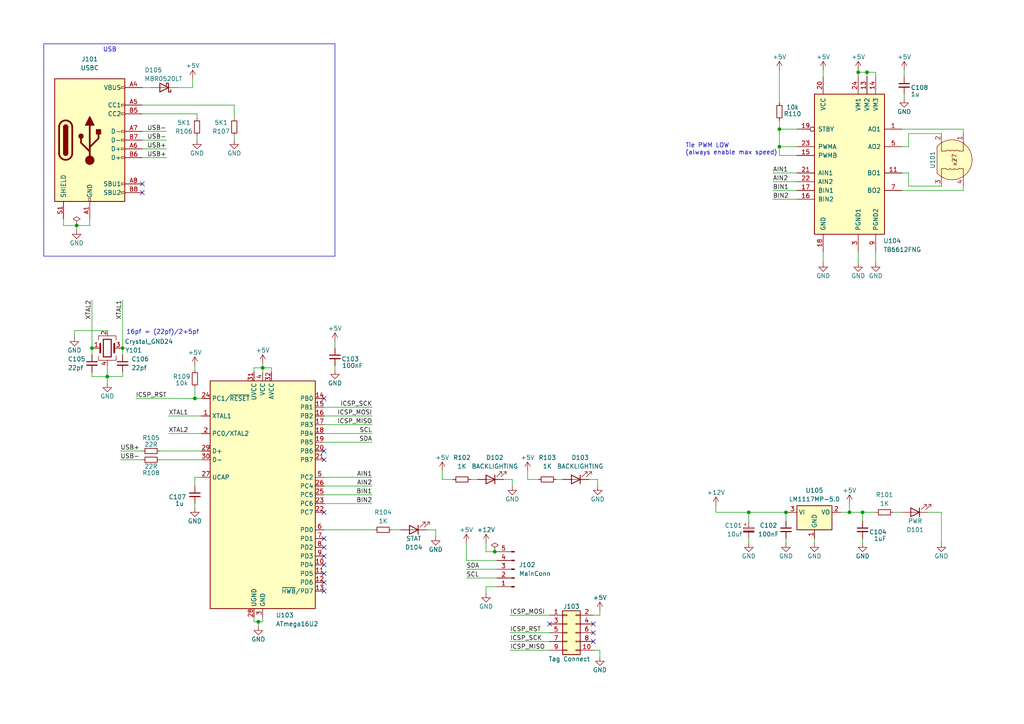
<source format=kicad_sch>
(kicad_sch (version 20230121) (generator eeschema)
  (paper "A4")
  (title_block (title "Super Gauge") (date "${ISSUE}") (rev "${FULL_REVISION}"))
  (lib_symbols
    (symbol "Connector:Conn_01x05_Pin" (pin_names (offset 1.016) hide)
      (property "Reference" "J" (at 0 7.62 0))
      (property "Value" "Conn_01x05_Pin" (at 0 -7.62 0))
      (symbol "Conn_01x05_Pin_1_1"
        (polyline (pts (xy 1.27 -5.08) (xy 0.8636 -5.08)) (stroke (width 0.1524)))
        (polyline (pts (xy 1.27 -2.54) (xy 0.8636 -2.54)) (stroke (width 0.1524)))
        (polyline (pts (xy 1.27 0) (xy 0.8636 0)) (stroke (width 0.1524)))
        (polyline (pts (xy 1.27 2.54) (xy 0.8636 2.54)) (stroke (width 0.1524)))
        (polyline (pts (xy 1.27 5.08) (xy 0.8636 5.08)) (stroke (width 0.1524)))
        (rectangle (start 0.8636 -4.953) (end 0 -5.207) (stroke (width 0.1524)) (fill (type outline)))
        (rectangle (start 0.8636 -2.413) (end 0 -2.667) (stroke (width 0.1524)) (fill (type outline)))
        (rectangle (start 0.8636 0.127) (end 0 -0.127) (stroke (width 0.1524)) (fill (type outline)))
        (rectangle (start 0.8636 2.667) (end 0 2.413) (stroke (width 0.1524)) (fill (type outline)))
        (rectangle (start 0.8636 5.207) (end 0 4.953) (stroke (width 0.1524)) (fill (type outline)))
        (pin passive line (at 5.08 5.08 180) (length 3.81) (name "Pin_1") (number "1"))
        (pin passive line (at 5.08 2.54 180) (length 3.81) (name "Pin_2") (number "2"))
        (pin passive line (at 5.08 0 180) (length 3.81) (name "Pin_3") (number "3"))
        (pin passive line (at 5.08 -2.54 180) (length 3.81) (name "Pin_4") (number "4"))
        (pin passive line (at 5.08 -5.08 180) (length 3.81) (name "Pin_5") (number "5"))
      )
    )
    (symbol "Connector:USB_C_Receptacle_USB2.0" (pin_names (offset 1.016))
      (property "Reference" "J" (at -10.16 19.05 0))
      (property "Value" "USB_C_Receptacle_USB2.0" (at 19.05 19.05 0))
      (symbol "USB_C_Receptacle_USB2.0_0_0"
        (rectangle (start -0.254 -17.78) (end 0.254 -16.764))
        (rectangle (start 10.16 -14.986) (end 9.144 -15.494))
        (rectangle (start 10.16 -12.446) (end 9.144 -12.954))
        (rectangle (start 10.16 -4.826) (end 9.144 -5.334))
        (rectangle (start 10.16 -2.286) (end 9.144 -2.794))
        (rectangle (start 10.16 0.254) (end 9.144 -0.254))
        (rectangle (start 10.16 2.794) (end 9.144 2.286))
        (rectangle (start 10.16 7.874) (end 9.144 7.366))
        (rectangle (start 10.16 10.414) (end 9.144 9.906))
        (rectangle (start 10.16 15.494) (end 9.144 14.986))
      )
      (symbol "USB_C_Receptacle_USB2.0_0_1"
        (rectangle (start -10.16 17.78) (end 10.16 -17.78) (stroke (width 0.254)) (fill (type background)))
        (arc (start -8.89 -3.81) (mid -6.985 -5.7067) (end -5.08 -3.81) (stroke (width 0.508)))
        (arc (start -7.62 -3.81) (mid -6.985 -4.4423) (end -6.35 -3.81) (stroke (width 0.254)))
        (arc (start -7.62 -3.81) (mid -6.985 -4.4423) (end -6.35 -3.81) (stroke (width 0.254)) (fill (type outline)))
        (rectangle (start -7.62 -3.81) (end -6.35 3.81) (stroke (width 0.254)) (fill (type outline)))
        (arc (start -6.35 3.81) (mid -6.985 4.4423) (end -7.62 3.81) (stroke (width 0.254)))
        (arc (start -6.35 3.81) (mid -6.985 4.4423) (end -7.62 3.81) (stroke (width 0.254)) (fill (type outline)))
        (arc (start -5.08 3.81) (mid -6.985 5.7067) (end -8.89 3.81) (stroke (width 0.508)))
        (circle (center -2.54 1.143) (radius 0.635) (stroke (width 0.254)) (fill (type outline)))
        (circle (center 0 -5.842) (radius 1.27) (fill (type outline)))
        (polyline (pts (xy -8.89 -3.81) (xy -8.89 3.81)) (stroke (width 0.508)))
        (polyline (pts (xy -5.08 3.81) (xy -5.08 -3.81)) (stroke (width 0.508)))
        (polyline (pts (xy 0 -5.842) (xy 0 4.318)) (stroke (width 0.508)))
        (polyline (pts (xy 0 -3.302) (xy -2.54 -0.762) (xy -2.54 0.508)) (stroke (width 0.508)))
        (polyline (pts (xy 0 -2.032) (xy 2.54 0.508) (xy 2.54 1.778)) (stroke (width 0.508)))
        (polyline (pts (xy -1.27 4.318) (xy 0 6.858) (xy 1.27 4.318) (xy -1.27 4.318)) (stroke (width 0.254)) (fill (type outline)))
        (rectangle (start 1.905 1.778) (end 3.175 3.048) (stroke (width 0.254)) (fill (type outline)))
      )
      (symbol "USB_C_Receptacle_USB2.0_1_1"
        (pin passive line (at 0 -22.86 90) (length 5.08) (name "GND") (number "A1"))
        (pin passive line (at 0 -22.86 90) (length 5.08) hide (name "GND") (number "A12"))
        (pin passive line (at 15.24 15.24 180) (length 5.08) (name "VBUS") (number "A4"))
        (pin bidirectional line (at 15.24 10.16 180) (length 5.08) (name "CC1") (number "A5"))
        (pin bidirectional line (at 15.24 -2.54 180) (length 5.08) (name "D+") (number "A6"))
        (pin bidirectional line (at 15.24 2.54 180) (length 5.08) (name "D-") (number "A7"))
        (pin bidirectional line (at 15.24 -12.7 180) (length 5.08) (name "SBU1") (number "A8"))
        (pin passive line (at 15.24 15.24 180) (length 5.08) hide (name "VBUS") (number "A9"))
        (pin passive line (at 0 -22.86 90) (length 5.08) hide (name "GND") (number "B1"))
        (pin passive line (at 0 -22.86 90) (length 5.08) hide (name "GND") (number "B12"))
        (pin passive line (at 15.24 15.24 180) (length 5.08) hide (name "VBUS") (number "B4"))
        (pin bidirectional line (at 15.24 7.62 180) (length 5.08) (name "CC2") (number "B5"))
        (pin bidirectional line (at 15.24 -5.08 180) (length 5.08) (name "D+") (number "B6"))
        (pin bidirectional line (at 15.24 0 180) (length 5.08) (name "D-") (number "B7"))
        (pin bidirectional line (at 15.24 -15.24 180) (length 5.08) (name "SBU2") (number "B8"))
        (pin passive line (at 15.24 15.24 180) (length 5.08) hide (name "VBUS") (number "B9"))
        (pin passive line (at -7.62 -22.86 90) (length 5.08) (name "SHIELD") (number "S1"))
      )
    )
    (symbol "Connector_Generic:Conn_02x05_Odd_Even" (pin_names (offset 1.016) hide)
      (property "Reference" "J" (at 1.27 7.62 0))
      (property "Value" "Conn_02x05_Odd_Even" (at 1.27 -7.62 0))
      (symbol "Conn_02x05_Odd_Even_1_1"
        (rectangle (start -1.27 -4.953) (end 0 -5.207) (stroke (width 0.1524)))
        (rectangle (start -1.27 -2.413) (end 0 -2.667) (stroke (width 0.1524)))
        (rectangle (start -1.27 0.127) (end 0 -0.127) (stroke (width 0.1524)))
        (rectangle (start -1.27 2.667) (end 0 2.413) (stroke (width 0.1524)))
        (rectangle (start -1.27 5.207) (end 0 4.953) (stroke (width 0.1524)))
        (rectangle (start -1.27 6.35) (end 3.81 -6.35) (stroke (width 0.254)) (fill (type background)))
        (rectangle (start 3.81 -4.953) (end 2.54 -5.207) (stroke (width 0.1524)))
        (rectangle (start 3.81 -2.413) (end 2.54 -2.667) (stroke (width 0.1524)))
        (rectangle (start 3.81 0.127) (end 2.54 -0.127) (stroke (width 0.1524)))
        (rectangle (start 3.81 2.667) (end 2.54 2.413) (stroke (width 0.1524)))
        (rectangle (start 3.81 5.207) (end 2.54 4.953) (stroke (width 0.1524)))
        (pin passive line (at -5.08 5.08 0) (length 3.81) (name "Pin_1") (number "1"))
        (pin passive line (at 7.62 -5.08 180) (length 3.81) (name "Pin_10") (number "10"))
        (pin passive line (at 7.62 5.08 180) (length 3.81) (name "Pin_2") (number "2"))
        (pin passive line (at -5.08 2.54 0) (length 3.81) (name "Pin_3") (number "3"))
        (pin passive line (at 7.62 2.54 180) (length 3.81) (name "Pin_4") (number "4"))
        (pin passive line (at -5.08 0 0) (length 3.81) (name "Pin_5") (number "5"))
        (pin passive line (at 7.62 0 180) (length 3.81) (name "Pin_6") (number "6"))
        (pin passive line (at -5.08 -2.54 0) (length 3.81) (name "Pin_7") (number "7"))
        (pin passive line (at 7.62 -2.54 180) (length 3.81) (name "Pin_8") (number "8"))
        (pin passive line (at -5.08 -5.08 0) (length 3.81) (name "Pin_9") (number "9"))
      )
    )
    (symbol "Device:C_Polarized_Small" (pin_numbers hide) (pin_names (offset 0.254) hide)
      (property "Reference" "C" (at 0.254 1.778 0))
      (property "Value" "C_Polarized_Small" (at 0.254 -2.032 0))
      (symbol "C_Polarized_Small_0_1"
        (rectangle (start -1.524 -0.3048) (end 1.524 -0.6858) (fill (type outline)))
        (rectangle (start -1.524 0.6858) (end 1.524 0.3048))
        (polyline (pts (xy -1.27 1.524) (xy -0.762 1.524)))
        (polyline (pts (xy -1.016 1.27) (xy -1.016 1.778)))
      )
      (symbol "C_Polarized_Small_1_1"
        (pin passive line (at 0 2.54 270) (length 1.8542) (name "~") (number "1"))
        (pin passive line (at 0 -2.54 90) (length 1.8542) (name "~") (number "2"))
      )
    )
    (symbol "Device:C_Small" (pin_numbers hide) (pin_names (offset 0.254) hide)
      (property "Reference" "C" (at 0.254 1.778 0))
      (property "Value" "C_Small" (at 0.254 -2.032 0))
      (symbol "C_Small_0_1"
        (polyline (pts (xy -1.524 -0.508) (xy 1.524 -0.508)) (stroke (width 0.3302)))
        (polyline (pts (xy -1.524 0.508) (xy 1.524 0.508)) (stroke (width 0.3048)))
      )
      (symbol "C_Small_1_1"
        (pin passive line (at 0 2.54 270) (length 2.032) (name "~") (number "1"))
        (pin passive line (at 0 -2.54 90) (length 2.032) (name "~") (number "2"))
      )
    )
    (symbol "Device:Crystal_GND24" (pin_names (offset 1.016) hide)
      (property "Reference" "Y" (at 3.175 5.08 0))
      (property "Value" "Crystal_GND24" (at 3.175 3.175 0))
      (symbol "Crystal_GND24_0_1"
        (rectangle (start -1.143 2.54) (end 1.143 -2.54) (stroke (width 0.3048)))
        (polyline (pts (xy -2.54 0) (xy -2.032 0)))
        (polyline (pts (xy -2.032 -1.27) (xy -2.032 1.27)) (stroke (width 0.508)))
        (polyline (pts (xy 0 -3.81) (xy 0 -3.556)))
        (polyline (pts (xy 0 3.556) (xy 0 3.81)))
        (polyline (pts (xy 2.032 -1.27) (xy 2.032 1.27)) (stroke (width 0.508)))
        (polyline (pts (xy 2.032 0) (xy 2.54 0)))
        (polyline (pts (xy -2.54 -2.286) (xy -2.54 -3.556) (xy 2.54 -3.556) (xy 2.54 -2.286)))
        (polyline (pts (xy -2.54 2.286) (xy -2.54 3.556) (xy 2.54 3.556) (xy 2.54 2.286)))
      )
      (symbol "Crystal_GND24_1_1"
        (pin passive line (at -3.81 0 0) (length 1.27) (name "1") (number "1"))
        (pin passive line (at 0 5.08 270) (length 1.27) (name "2") (number "2"))
        (pin passive line (at 3.81 0 180) (length 1.27) (name "3") (number "3"))
        (pin passive line (at 0 -5.08 90) (length 1.27) (name "4") (number "4"))
      )
    )
    (symbol "Device:LED" (pin_numbers hide) (pin_names (offset 1.016) hide)
      (property "Reference" "D" (at 0 2.54 0))
      (property "Value" "LED" (at 0 -2.54 0))
      (symbol "LED_0_1"
        (polyline (pts (xy -1.27 -1.27) (xy -1.27 1.27)) (stroke (width 0.254)))
        (polyline (pts (xy -1.27 0) (xy 1.27 0)))
        (polyline (pts (xy 1.27 -1.27) (xy 1.27 1.27) (xy -1.27 0) (xy 1.27 -1.27)) (stroke (width 0.254)))
        (polyline (pts (xy -3.048 -0.762) (xy -4.572 -2.286) (xy -3.81 -2.286) (xy -4.572 -2.286) (xy -4.572 -1.524)))
        (polyline (pts (xy -1.778 -0.762) (xy -3.302 -2.286) (xy -2.54 -2.286) (xy -3.302 -2.286) (xy -3.302 -1.524)))
      )
      (symbol "LED_1_1"
        (pin passive line (at -3.81 0 0) (length 2.54) (name "K") (number "1"))
        (pin passive line (at 3.81 0 180) (length 2.54) (name "A") (number "2"))
      )
    )
    (symbol "Device:R_Small" (pin_numbers hide) (pin_names (offset 0.254) hide)
      (property "Reference" "R" (at 0.762 0.508 0))
      (property "Value" "R_Small" (at 0.762 -1.016 0))
      (symbol "R_Small_0_1"
        (rectangle (start -0.762 1.778) (end 0.762 -1.778) (stroke (width 0.2032)))
      )
      (symbol "R_Small_1_1"
        (pin passive line (at 0 2.54 270) (length 0.762) (name "~") (number "1"))
        (pin passive line (at 0 -2.54 90) (length 0.762) (name "~") (number "2"))
      )
    )
    (symbol "Diode:MBR0520LT" (pin_numbers hide) (pin_names (offset 1.016) hide)
      (property "Reference" "D" (at 0 2.54 0))
      (property "Value" "MBR0520LT" (at 0 -2.54 0))
      (symbol "MBR0520LT_0_1"
        (polyline (pts (xy 1.27 0) (xy -1.27 0)))
        (polyline (pts (xy 1.27 1.27) (xy 1.27 -1.27) (xy -1.27 0) (xy 1.27 1.27)) (stroke (width 0.254)))
        (polyline (pts (xy -1.905 0.635) (xy -1.905 1.27) (xy -1.27 1.27) (xy -1.27 -1.27) (xy -0.635 -1.27) (xy -0.635 -0.635)) (stroke (width 0.254)))
      )
      (symbol "MBR0520LT_1_1"
        (pin passive line (at -3.81 0 0) (length 2.54) (name "K") (number "1"))
        (pin passive line (at 3.81 0 180) (length 2.54) (name "A") (number "2"))
      )
    )
    (symbol "Driver_Motor:TB6612FNG" (pin_names (offset 1.016))
      (property "Reference" "U" (at 11.43 17.78 0))
      (property "Value" "TB6612FNG" (at 11.43 15.24 0))
      (symbol "TB6612FNG_0_1"
        (rectangle (start -10.16 20.32) (end 10.16 -20.32) (stroke (width 0.254)) (fill (type background)))
      )
      (symbol "TB6612FNG_1_1"
        (pin output line (at 15.24 10.16 180) (length 5.08) (name "AO1") (number "1"))
        (pin passive line (at 7.62 -25.4 90) (length 5.08) hide (name "PGND2") (number "10"))
        (pin output line (at 15.24 -2.54 180) (length 5.08) (name "BO1") (number "11"))
        (pin passive line (at 15.24 -2.54 180) (length 5.08) hide (name "BO1") (number "12"))
        (pin power_in line (at 5.08 25.4 270) (length 5.08) (name "VM2") (number "13"))
        (pin power_in line (at 7.62 25.4 270) (length 5.08) (name "VM3") (number "14"))
        (pin input line (at -15.24 2.54 0) (length 5.08) (name "PWMB") (number "15"))
        (pin input line (at -15.24 -10.16 0) (length 5.08) (name "BIN2") (number "16"))
        (pin input line (at -15.24 -7.62 0) (length 5.08) (name "BIN1") (number "17"))
        (pin power_in line (at -7.62 -25.4 90) (length 5.08) (name "GND") (number "18"))
        (pin input inverted (at -15.24 10.16 0) (length 5.08) (name "STBY") (number "19"))
        (pin passive line (at 15.24 10.16 180) (length 5.08) hide (name "AO1") (number "2"))
        (pin power_in line (at -7.62 25.4 270) (length 5.08) (name "VCC") (number "20"))
        (pin input line (at -15.24 -2.54 0) (length 5.08) (name "AIN1") (number "21"))
        (pin input line (at -15.24 -5.08 0) (length 5.08) (name "AIN2") (number "22"))
        (pin input line (at -15.24 5.08 0) (length 5.08) (name "PWMA") (number "23"))
        (pin power_in line (at 2.54 25.4 270) (length 5.08) (name "VM1") (number "24"))
        (pin power_in line (at 2.54 -25.4 90) (length 5.08) (name "PGND1") (number "3"))
        (pin passive line (at 2.54 -25.4 90) (length 5.08) hide (name "PGND1") (number "4"))
        (pin output line (at 15.24 5.08 180) (length 5.08) (name "AO2") (number "5"))
        (pin passive line (at 15.24 5.08 180) (length 5.08) hide (name "AO2") (number "6"))
        (pin output line (at 15.24 -7.62 180) (length 5.08) (name "BO2") (number "7"))
        (pin passive line (at 15.24 -7.62 180) (length 5.08) hide (name "BO2") (number "8"))
        (pin power_in line (at 7.62 -25.4 90) (length 5.08) (name "PGND2") (number "9"))
      )
    )
    (symbol "GND_1" (power) (pin_names (offset 0))
      (property "Value" "GND_1" (at 0 -3.81 0))
      (symbol "GND_1_0_1"
        (polyline (pts (xy 0 0) (xy 0 -1.27) (xy 1.27 -1.27) (xy 0 -2.54) (xy -1.27 -1.27) (xy 0 -1.27)))
      )
      (symbol "GND_1_1_1"
        (pin power_in line (at 0 0 270) (length 0) hide (name "GND") (number "1"))
      )
    )
    (symbol "GND_2" (power) (pin_names (offset 0))
      (property "Value" "GND_2" (at 0 -3.81 0))
      (symbol "GND_2_0_1"
        (polyline (pts (xy 0 0) (xy 0 -1.27) (xy 1.27 -1.27) (xy 0 -2.54) (xy -1.27 -1.27) (xy 0 -1.27)))
      )
      (symbol "GND_2_1_1"
        (pin power_in line (at 0 0 270) (length 0) hide (name "GND") (number "1"))
      )
    )
    (symbol "GND_3" (power) (pin_names (offset 0))
      (property "Value" "GND_3" (at 0 -3.81 0))
      (symbol "GND_3_0_1"
        (polyline (pts (xy 0 0) (xy 0 -1.27) (xy 1.27 -1.27) (xy 0 -2.54) (xy -1.27 -1.27) (xy 0 -1.27)))
      )
      (symbol "GND_3_1_1"
        (pin power_in line (at 0 0 270) (length 0) hide (name "GND") (number "1"))
      )
    )
    (symbol "GND_4" (power) (pin_names (offset 0))
      (property "Value" "GND_4" (at 0 -3.81 0))
      (symbol "GND_4_0_1"
        (polyline (pts (xy 0 0) (xy 0 -1.27) (xy 1.27 -1.27) (xy 0 -2.54) (xy -1.27 -1.27) (xy 0 -1.27)))
      )
      (symbol "GND_4_1_1"
        (pin power_in line (at 0 0 270) (length 0) hide (name "GND") (number "1"))
      )
    )
    (symbol "GND_5" (power) (pin_names (offset 0))
      (property "Value" "GND_5" (at 0 -3.81 0))
      (symbol "GND_5_0_1"
        (polyline (pts (xy 0 0) (xy 0 -1.27) (xy 1.27 -1.27) (xy 0 -2.54) (xy -1.27 -1.27) (xy 0 -1.27)))
      )
      (symbol "GND_5_1_1"
        (pin power_in line (at 0 0 270) (length 0) hide (name "GND") (number "1"))
      )
    )
    (symbol "GND_6" (power) (pin_names (offset 0))
      (property "Value" "GND_6" (at 0 -3.81 0))
      (symbol "GND_6_0_1"
        (polyline (pts (xy 0 0) (xy 0 -1.27) (xy 1.27 -1.27) (xy 0 -2.54) (xy -1.27 -1.27) (xy 0 -1.27)))
      )
      (symbol "GND_6_1_1"
        (pin power_in line (at 0 0 270) (length 0) hide (name "GND") (number "1"))
      )
    )
    (symbol "KenwoodFox:x27_Motor"
      (property "Reference" "U" (at 0 -6.35 0))
      (symbol "x27_Motor_1_1"
        (arc (start -2.54 -1.27) (mid -2.803 -1.905) (end -2.54 -2.54))
        (arc (start -2.54 0) (mid -2.803 -0.635) (end -2.54 -1.27))
        (arc (start -2.54 1.27) (mid -2.803 0.635) (end -2.54 0))
        (polyline (pts (xy -3.81 -5.08) (xy 3.81 -5.08)) (fill (type background)))
        (polyline (pts (xy 11.43 3.81) (xy 11.43 3.81)))
        (polyline (pts (xy -2.54 -2.54) (xy -2.54 -3.81) (xy -5.08 -3.81)))
        (polyline (pts (xy 2.54 1.27) (xy 2.54 2.54) (xy 5.08 2.54)))
        (polyline (pts (xy -5.08 2.54) (xy -3.81 2.54) (xy -2.54 2.54) (xy -2.54 1.27)))
        (polyline (pts (xy -3.81 -5.08) (xy 0 0) (xy 3.81 -5.08) (xy -3.81 -5.08)) (stroke (width -0.0001)) (fill (type background)))
        (polyline (pts (xy 5.08 -3.81) (xy 3.81 -3.81) (xy 2.54 -3.81) (xy 2.54 -2.54)))
        (arc (start 0 5.08) (mid -5.4264 1.3217) (end -3.8128 -5.0788) (fill (type background)))
        (arc (start 2.54 -2.54) (mid 2.803 -1.905) (end 2.54 -1.27))
        (arc (start 2.54 -1.27) (mid 2.803 -0.635) (end 2.54 0))
        (arc (start 2.54 0) (mid 2.803 0.635) (end 2.54 1.27))
        (arc (start 3.81 -5.08) (mid 5.4219 1.3189) (end 0 5.08) (fill (type background)))
        (text "x27" (at 0 0 0) (effects (font (size 1.27 1.27))))
        (pin input line (at -7.62 2.54 0) (length 2.54) (name "") (number "1"))
        (pin input line (at -7.62 -3.81 0) (length 2.54) (name "") (number "2"))
        (pin input line (at 7.62 -3.81 180) (length 2.54) (name "") (number "3"))
        (pin input line (at 7.62 2.54 180) (length 2.54) (name "") (number "4"))
      )
    )
    (symbol "MCU_Microchip_ATmega:ATmega16U2-A"
      (property "Reference" "U" (at -15.24 34.29 0))
      (property "Value" "ATmega16U2-A" (at 2.54 -34.29 0))
      (symbol "ATmega16U2-A_0_1"
        (rectangle (start -15.24 -33.02) (end 15.24 33.02) (stroke (width 0.254)) (fill (type background)))
      )
      (symbol "ATmega16U2-A_1_1"
        (pin input line (at -17.78 22.86 0) (length 2.54) (name "XTAL1") (number "1"))
        (pin bidirectional line (at 17.78 -20.32 180) (length 2.54) (name "PD4") (number "10"))
        (pin bidirectional line (at 17.78 -22.86 180) (length 2.54) (name "PD5") (number "11"))
        (pin bidirectional line (at 17.78 -25.4 180) (length 2.54) (name "PD6") (number "12"))
        (pin bidirectional line (at 17.78 -27.94 180) (length 2.54) (name "~{HWB}/PD7") (number "13"))
        (pin bidirectional line (at 17.78 27.94 180) (length 2.54) (name "PB0") (number "14"))
        (pin bidirectional line (at 17.78 25.4 180) (length 2.54) (name "PB1") (number "15"))
        (pin bidirectional line (at 17.78 22.86 180) (length 2.54) (name "PB2") (number "16"))
        (pin bidirectional line (at 17.78 20.32 180) (length 2.54) (name "PB3") (number "17"))
        (pin bidirectional line (at 17.78 17.78 180) (length 2.54) (name "PB4") (number "18"))
        (pin bidirectional line (at 17.78 15.24 180) (length 2.54) (name "PB5") (number "19"))
        (pin bidirectional line (at -17.78 17.78 0) (length 2.54) (name "PC0/XTAL2") (number "2"))
        (pin bidirectional line (at 17.78 12.7 180) (length 2.54) (name "PB6") (number "20"))
        (pin bidirectional line (at 17.78 10.16 180) (length 2.54) (name "PB7") (number "21"))
        (pin bidirectional line (at 17.78 -5.08 180) (length 2.54) (name "PC7") (number "22"))
        (pin bidirectional line (at 17.78 -2.54 180) (length 2.54) (name "PC6") (number "23"))
        (pin bidirectional line (at -17.78 27.94 0) (length 2.54) (name "PC1/~{RESET}") (number "24"))
        (pin bidirectional line (at 17.78 0 180) (length 2.54) (name "PC5") (number "25"))
        (pin bidirectional line (at 17.78 2.54 180) (length 2.54) (name "PC4") (number "26"))
        (pin passive line (at -17.78 5.08 0) (length 2.54) (name "UCAP") (number "27"))
        (pin power_in line (at -2.54 -35.56 90) (length 2.54) (name "UGND") (number "28"))
        (pin bidirectional line (at -17.78 12.7 0) (length 2.54) (name "D+") (number "29"))
        (pin power_in line (at 0 -35.56 90) (length 2.54) (name "GND") (number "3"))
        (pin bidirectional line (at -17.78 10.16 0) (length 2.54) (name "D-") (number "30"))
        (pin power_in line (at -2.54 35.56 270) (length 2.54) (name "UVCC") (number "31"))
        (pin power_in line (at 2.54 35.56 270) (length 2.54) (name "AVCC") (number "32"))
        (pin power_in line (at 0 35.56 270) (length 2.54) (name "VCC") (number "4"))
        (pin bidirectional line (at 17.78 5.08 180) (length 2.54) (name "PC2") (number "5"))
        (pin bidirectional line (at 17.78 -10.16 180) (length 2.54) (name "PD0") (number "6"))
        (pin bidirectional line (at 17.78 -12.7 180) (length 2.54) (name "PD1") (number "7"))
        (pin bidirectional line (at 17.78 -15.24 180) (length 2.54) (name "PD2") (number "8"))
        (pin bidirectional line (at 17.78 -17.78 180) (length 2.54) (name "PD3") (number "9"))
      )
    )
    (symbol "Regulator_Linear:LM1117MP-5.0"
      (property "Reference" "U" (at -3.81 3.175 0))
      (property "Value" "LM1117MP-5.0" (at 0 3.175 0))
      (symbol "LM1117MP-5.0_0_1"
        (rectangle (start -5.08 -5.08) (end 5.08 1.905) (stroke (width 0.254)) (fill (type background)))
      )
      (symbol "LM1117MP-5.0_1_1"
        (pin power_in line (at 0 -7.62 90) (length 2.54) (name "GND") (number "1"))
        (pin power_out line (at 7.62 0 180) (length 2.54) (name "VO") (number "2"))
        (pin power_in line (at -7.62 0 0) (length 2.54) (name "VI") (number "3"))
      )
    )
    (symbol "power:+12V" (power) (pin_names (offset 0))
      (property "Value" "+12V" (at 0 3.556 0))
      (symbol "+12V_0_1"
        (polyline (pts (xy -0.762 1.27) (xy 0 2.54)))
        (polyline (pts (xy 0 0) (xy 0 2.54)))
        (polyline (pts (xy 0 2.54) (xy 0.762 1.27)))
      )
      (symbol "+12V_1_1"
        (pin power_in line (at 0 0 90) (length 0) hide (name "+12V") (number "1"))
      )
    )
    (symbol "power:+5V" (power) (pin_names (offset 0))
      (property "Value" "+5V" (at 0 3.556 0))
      (symbol "+5V_0_1"
        (polyline (pts (xy -0.762 1.27) (xy 0 2.54)))
        (polyline (pts (xy 0 0) (xy 0 2.54)))
        (polyline (pts (xy 0 2.54) (xy 0.762 1.27)))
      )
      (symbol "+5V_1_1"
        (pin power_in line (at 0 0 90) (length 0) hide (name "+5V") (number "1"))
      )
    )
    (symbol "power:GND" (power) (pin_names (offset 0))
      (property "Value" "GND" (at 0 -3.81 0))
      (symbol "GND_0_1"
        (polyline (pts (xy 0 0) (xy 0 -1.27) (xy 1.27 -1.27) (xy 0 -2.54) (xy -1.27 -1.27) (xy 0 -1.27)))
      )
      (symbol "GND_1_1"
        (pin power_in line (at 0 0 270) (length 0) hide (name "GND") (number "1"))
      )
    )
    (symbol "power:PWR_FLAG" (power) (pin_numbers hide) (pin_names (offset 0) hide)
      (property "Value" "PWR_FLAG" (at 0 3.81 0))
      (symbol "PWR_FLAG_0_0"
        (pin power_out line (at 0 0 90) (length 0) (name "pwr") (number "1"))
      )
      (symbol "PWR_FLAG_0_1"
        (polyline (pts (xy 0 0) (xy 0 1.27) (xy -1.016 1.905) (xy 0 2.54) (xy 1.016 1.905) (xy 0 1.27)))
      )
    )
  )
  (junction (at 251.46 20.955))
  (junction (at 74.93 180.34))
  (junction (at 56.515 115.57))
  (junction (at 143.51 160.02))
  (junction (at 22.225 65.405))
  (junction (at 31.115 109.22))
  (junction (at 26.67 100.965))
  (junction (at 76.2 106.68))
  (junction (at 248.92 20.955))
  (junction (at 227.965 148.59))
  (junction (at 226.06 42.545))
  (junction (at 217.17 148.59))
  (junction (at 35.56 100.965))
  (junction (at 226.06 37.465))
  (junction (at 250.19 148.59))
  (junction (at 246.38 148.59))
  (no_connect (at 93.98 130.81))
  (no_connect (at 93.98 156.21))
  (no_connect (at 93.98 115.57))
  (no_connect (at 93.98 168.91))
  (no_connect (at 159.385 180.975))
  (no_connect (at 172.085 183.515))
  (no_connect (at 93.98 171.45))
  (no_connect (at 93.98 133.35))
  (no_connect (at 93.98 166.37))
  (no_connect (at 41.275 55.88))
  (no_connect (at 41.275 53.34))
  (no_connect (at 172.085 186.055))
  (no_connect (at 93.98 163.83))
  (no_connect (at 172.085 180.975))
  (no_connect (at 93.98 161.29))
  (no_connect (at 93.98 148.59))
  (no_connect (at 93.98 158.75))
  (wire (pts (xy 251.46 20.955) (xy 254 20.955)))
  (wire (pts (xy 238.76 20.32) (xy 238.76 22.225)))
  (wire (pts (xy 41.275 43.18) (xy 48.26 43.18)))
  (wire (pts (xy 57.15 33.02) (xy 57.15 34.29)))
  (wire (pts (xy 93.98 128.27) (xy 107.95 128.27)))
  (wire (pts (xy 67.945 40.64) (xy 67.945 39.37)))
  (wire (pts (xy 263.525 53.975) (xy 273.05 53.975)))
  (wire (pts (xy 22.225 65.405) (xy 26.035 65.405)))
  (wire (pts (xy 35.56 100.965) (xy 35.56 102.87)))
  (polyline (pts (xy 97.155 74.295) (xy 12.7 74.295)))
  (wire (pts (xy 51.435 25.4) (xy 55.88 25.4)))
  (wire (pts (xy 153.035 139.065) (xy 156.21 139.065)))
  (wire (pts (xy 207.645 146.685) (xy 207.645 148.59)))
  (wire (pts (xy 170.815 139.065) (xy 173.355 139.065)))
  (wire (pts (xy 250.19 148.59) (xy 250.19 151.13)))
  (wire (pts (xy 226.06 34.925) (xy 226.06 37.465)))
  (wire (pts (xy 18.415 63.5) (xy 18.415 65.405)))
  (wire (pts (xy 31.115 109.22) (xy 35.56 109.22)))
  (wire (pts (xy 254 20.955) (xy 254 22.225)))
  (wire (pts (xy 18.415 65.405) (xy 22.225 65.405)))
  (wire (pts (xy 143.51 160.02) (xy 144.145 160.02)))
  (wire (pts (xy 73.66 107.95) (xy 73.66 106.68)))
  (wire (pts (xy 248.92 20.955) (xy 248.92 22.225)))
  (wire (pts (xy 226.06 45.085) (xy 226.06 42.545)))
  (wire (pts (xy 31.115 106.045) (xy 31.115 109.22)))
  (wire (pts (xy 46.355 133.35) (xy 58.42 133.35)))
  (wire (pts (xy 56.515 106.045) (xy 56.515 107.315)))
  (wire (pts (xy 135.255 157.48) (xy 135.255 162.56)))
  (wire (pts (xy 248.92 20.955) (xy 251.46 20.955)))
  (polyline (pts (xy 97.155 12.7) (xy 97.155 74.295)))
  (wire (pts (xy 173.99 178.435) (xy 173.99 177.165)))
  (wire (pts (xy 140.97 170.18) (xy 144.145 170.18)))
  (wire (pts (xy 93.98 143.51) (xy 107.95 143.51)))
  (wire (pts (xy 126.365 153.67) (xy 126.365 155.575)))
  (wire (pts (xy 147.955 183.515) (xy 159.385 183.515)))
  (wire (pts (xy 74.93 181.61) (xy 74.93 180.34)))
  (wire (pts (xy 135.255 167.64) (xy 144.145 167.64)))
  (wire (pts (xy 153.035 136.525) (xy 153.035 139.065)))
  (wire (pts (xy 226.06 42.545) (xy 231.14 42.545)))
  (wire (pts (xy 262.255 27.305) (xy 262.255 28.575)))
  (wire (pts (xy 76.2 180.34) (xy 76.2 179.07)))
  (wire (pts (xy 46.355 130.81) (xy 58.42 130.81)))
  (wire (pts (xy 31.115 109.22) (xy 31.115 111.125)))
  (wire (pts (xy 93.98 153.67) (xy 108.585 153.67)))
  (wire (pts (xy 26.67 107.95) (xy 26.67 109.22)))
  (polyline (pts (xy 12.7 74.295) (xy 12.7 12.7)))
  (wire (pts (xy 26.67 86.995) (xy 26.67 100.965)))
  (wire (pts (xy 224.155 57.785) (xy 231.14 57.785)))
  (wire (pts (xy 172.085 188.595) (xy 173.99 188.595)))
  (wire (pts (xy 217.17 148.59) (xy 227.965 148.59)))
  (wire (pts (xy 107.95 120.65) (xy 93.98 120.65)))
  (wire (pts (xy 41.275 33.02) (xy 57.15 33.02)))
  (wire (pts (xy 34.925 130.81) (xy 41.275 130.81)))
  (wire (pts (xy 56.515 112.395) (xy 56.515 115.57)))
  (wire (pts (xy 250.19 157.48) (xy 250.19 156.21)))
  (wire (pts (xy 35.56 86.995) (xy 35.56 100.965)))
  (wire (pts (xy 246.38 148.59) (xy 250.19 148.59)))
  (wire (pts (xy 279.4 37.465) (xy 279.4 38.735)))
  (wire (pts (xy 35.56 109.22) (xy 35.56 107.95)))
  (wire (pts (xy 21.59 97.79) (xy 21.59 95.885)))
  (wire (pts (xy 56.515 115.57) (xy 58.42 115.57)))
  (wire (pts (xy 73.66 179.07) (xy 73.66 180.34)))
  (wire (pts (xy 76.2 105.41) (xy 76.2 106.68)))
  (wire (pts (xy 74.93 180.34) (xy 76.2 180.34)))
  (wire (pts (xy 227.965 148.59) (xy 227.965 151.13)))
  (wire (pts (xy 107.95 118.11) (xy 93.98 118.11)))
  (wire (pts (xy 56.515 138.43) (xy 58.42 138.43)))
  (wire (pts (xy 135.255 165.1) (xy 144.145 165.1)))
  (wire (pts (xy 97.155 106.045) (xy 97.155 107.315)))
  (wire (pts (xy 246.38 148.59) (xy 243.84 148.59)))
  (wire (pts (xy 261.62 37.465) (xy 279.4 37.465)))
  (wire (pts (xy 236.22 156.21) (xy 236.22 157.48)))
  (wire (pts (xy 128.27 139.065) (xy 131.445 139.065)))
  (wire (pts (xy 113.665 153.67) (xy 116.205 153.67)))
  (wire (pts (xy 263.525 42.545) (xy 263.525 38.735)))
  (wire (pts (xy 248.92 20.32) (xy 248.92 20.955)))
  (polyline (pts (xy 12.7 12.7) (xy 97.155 12.7)))
  (wire (pts (xy 224.155 50.165) (xy 231.14 50.165)))
  (wire (pts (xy 34.925 100.965) (xy 35.56 100.965)))
  (wire (pts (xy 140.97 157.48) (xy 140.97 160.02)))
  (wire (pts (xy 140.97 172.085) (xy 140.97 170.18)))
  (wire (pts (xy 263.525 38.735) (xy 273.05 38.735)))
  (wire (pts (xy 128.27 136.525) (xy 128.27 139.065)))
  (wire (pts (xy 140.97 160.02) (xy 143.51 160.02)))
  (wire (pts (xy 76.2 106.68) (xy 76.2 107.95)))
  (wire (pts (xy 55.88 25.4) (xy 55.88 22.86)))
  (wire (pts (xy 56.515 146.05) (xy 56.515 147.32)))
  (wire (pts (xy 224.155 55.245) (xy 231.14 55.245)))
  (wire (pts (xy 73.66 106.68) (xy 76.2 106.68)))
  (wire (pts (xy 259.08 148.59) (xy 261.62 148.59)))
  (wire (pts (xy 226.06 37.465) (xy 231.14 37.465)))
  (wire (pts (xy 207.645 148.59) (xy 217.17 148.59)))
  (wire (pts (xy 173.99 188.595) (xy 173.99 190.5)))
  (wire (pts (xy 93.98 140.97) (xy 107.95 140.97)))
  (wire (pts (xy 217.17 157.48) (xy 217.17 156.21)))
  (wire (pts (xy 217.17 148.59) (xy 217.17 151.13)))
  (wire (pts (xy 74.93 180.34) (xy 73.66 180.34)))
  (wire (pts (xy 41.275 40.64) (xy 48.26 40.64)))
  (wire (pts (xy 57.15 40.64) (xy 57.15 39.37)))
  (wire (pts (xy 161.29 139.065) (xy 163.195 139.065)))
  (wire (pts (xy 250.19 148.59) (xy 254 148.59)))
  (wire (pts (xy 273.05 148.59) (xy 273.05 157.48)))
  (wire (pts (xy 34.925 133.35) (xy 41.275 133.35)))
  (wire (pts (xy 146.05 139.065) (xy 148.59 139.065)))
  (wire (pts (xy 173.355 139.065) (xy 173.355 140.97)))
  (wire (pts (xy 31.115 109.22) (xy 26.67 109.22)))
  (wire (pts (xy 97.155 99.06) (xy 97.155 100.965)))
  (wire (pts (xy 147.955 188.595) (xy 159.385 188.595)))
  (wire (pts (xy 26.035 65.405) (xy 26.035 63.5)))
  (wire (pts (xy 135.255 162.56) (xy 144.145 162.56)))
  (wire (pts (xy 172.085 178.435) (xy 173.99 178.435)))
  (wire (pts (xy 78.74 106.68) (xy 76.2 106.68)))
  (wire (pts (xy 226.06 37.465) (xy 226.06 42.545)))
  (wire (pts (xy 41.275 38.1) (xy 48.26 38.1)))
  (wire (pts (xy 22.225 65.405) (xy 22.225 66.675)))
  (wire (pts (xy 67.945 30.48) (xy 67.945 34.29)))
  (wire (pts (xy 261.62 55.245) (xy 279.4 55.245)))
  (wire (pts (xy 224.155 52.705) (xy 231.14 52.705)))
  (wire (pts (xy 136.525 139.065) (xy 138.43 139.065)))
  (wire (pts (xy 254 73.025) (xy 254 76.2)))
  (wire (pts (xy 41.275 45.72) (xy 48.26 45.72)))
  (wire (pts (xy 41.275 25.4) (xy 43.815 25.4)))
  (wire (pts (xy 39.37 115.57) (xy 56.515 115.57)))
  (wire (pts (xy 148.59 139.065) (xy 148.59 140.97)))
  (wire (pts (xy 78.74 107.95) (xy 78.74 106.68)))
  (wire (pts (xy 248.92 73.025) (xy 248.92 76.2)))
  (wire (pts (xy 48.895 120.65) (xy 58.42 120.65)))
  (wire (pts (xy 251.46 20.955) (xy 251.46 22.225)))
  (wire (pts (xy 262.255 20.32) (xy 262.255 22.225)))
  (wire (pts (xy 26.67 100.965) (xy 27.305 100.965)))
  (wire (pts (xy 261.62 42.545) (xy 263.525 42.545)))
  (wire (pts (xy 21.59 95.885) (xy 31.115 95.885)))
  (wire (pts (xy 263.525 50.165) (xy 263.525 53.975)))
  (wire (pts (xy 269.24 148.59) (xy 273.05 148.59)))
  (wire (pts (xy 231.14 45.085) (xy 226.06 45.085)))
  (wire (pts (xy 123.825 153.67) (xy 126.365 153.67)))
  (wire (pts (xy 246.38 146.05) (xy 246.38 148.59)))
  (wire (pts (xy 107.95 123.19) (xy 93.98 123.19)))
  (wire (pts (xy 147.955 178.435) (xy 159.385 178.435)))
  (wire (pts (xy 279.4 55.245) (xy 279.4 53.975)))
  (wire (pts (xy 41.275 30.48) (xy 67.945 30.48)))
  (wire (pts (xy 147.955 186.055) (xy 159.385 186.055)))
  (wire (pts (xy 93.98 125.73) (xy 107.95 125.73)))
  (wire (pts (xy 93.98 138.43) (xy 107.95 138.43)))
  (wire (pts (xy 261.62 50.165) (xy 263.525 50.165)))
  (wire (pts (xy 238.76 73.025) (xy 238.76 76.2)))
  (wire (pts (xy 93.98 146.05) (xy 107.95 146.05)))
  (wire (pts (xy 56.515 138.43) (xy 56.515 140.97)))
  (wire (pts (xy 227.965 156.21) (xy 227.965 157.48)))
  (wire (pts (xy 227.965 148.59) (xy 228.6 148.59)))
  (wire (pts (xy 26.67 100.965) (xy 26.67 102.87)))
  (wire (pts (xy 48.895 125.73) (xy 58.42 125.73)))
  (wire (pts (xy 226.06 20.32) (xy 226.06 29.845)))
  (text "Tie PWM LOW\n(always enable max speed)" (at 198.755 45.085 0) (effects (font (size 1.27 1.27)) (justify left bottom)))
  (text "USB" (at 29.845 15.24 0) (effects (font (size 1.27 1.27)) (justify left bottom)))
  (text "16pf = (22pf)/2+5pf" (at 57.785 97.155 0) (effects (font (size 1.27 1.27)) (justify right bottom)))
  (label "XTAL1" (at 35.56 86.995 270))
  (label "AIN1" (at 107.95 138.43 180))
  (label "ICSP_MOSI" (at 147.955 178.435 0))
  (label "AIN2" (at 224.155 52.705 0))
  (label "USB-" (at 34.925 133.35 0))
  (label "USB-" (at 48.26 40.64 180))
  (label "AIN1" (at 224.155 50.165 0))
  (label "ICSP_RST" (at 39.37 115.57 0))
  (label "SCL" (at 107.95 125.73 180))
  (label "SCL" (at 135.255 167.64 0))
  (label "ICSP_SCK" (at 107.95 118.11 180))
  (label "BIN2" (at 224.155 57.785 0))
  (label "BIN1" (at 224.155 55.245 0))
  (label "BIN2" (at 107.95 146.05 180))
  (label "USB-" (at 48.26 38.1 180))
  (label "ICSP_SCK" (at 147.955 186.055 0))
  (label "ICSP_MISO" (at 147.955 188.595 0))
  (label "XTAL1" (at 48.895 120.65 0))
  (label "XTAL2" (at 26.67 86.995 270))
  (label "AIN2" (at 107.95 140.97 180))
  (label "SDA" (at 107.95 128.27 180))
  (label "ICSP_MOSI" (at 107.95 120.65 180))
  (label "USB+" (at 48.26 45.72 180))
  (label "ICSP_RST" (at 147.955 183.515 0))
  (label "BIN1" (at 107.95 143.51 180))
  (label "USB+" (at 34.925 130.81 0))
  (label "USB+" (at 48.26 43.18 180))
  (label "ICSP_MISO" (at 107.95 123.19 180))
  (label "XTAL2" (at 48.895 125.73 0))
  (label "SDA" (at 135.255 165.1 0))
  (symbol (lib_id "Device:C_Small") (at 56.515 143.51 0) (unit 1)
    (property "Reference" "C107" (at 51.435 144.145 0))
    (property "Value" "1u" (at 52.07 146.05 0))
    (property "Footprint" "Capacitor_SMD:C_0805_2012Metric" (effects hide))
  )
  (symbol (lib_id "power:GND") (at 173.355 140.97 0) (unit 1)
    (property "Reference" "#PWR0122" (effects hide))
    (property "Value" "GND" (at 173.355 144.78 0))
  )
  (symbol (lib_id "Device:R_Small") (at 43.815 133.35 90) (unit 1)
    (property "Reference" "R108" (at 43.815 137.16 90))
    (property "Value" "22R" (at 43.815 135.255 90))
    (property "Footprint" "Resistor_SMD:R_0805_2012Metric" (effects hide))
  )
  (symbol (lib_id "power:GND") (at 254 76.2 0) (unit 1)
    (property "Reference" "#PWR0134" (effects hide))
    (property "Value" "GND" (at 254 80.01 0))
  )
  (symbol (lib_name "GND_6") (lib_id "power:GND") (at 250.19 157.48 0) (unit 1)
    (property "Reference" "#PWR0109" (effects hide))
    (property "Value" "GND" (at 250.19 161.29 0))
  )
  (symbol (lib_id "power:GND") (at 238.76 76.2 0) (unit 1)
    (property "Reference" "#PWR0135" (effects hide))
    (property "Value" "GND" (at 238.76 80.01 0))
  )
  (symbol (lib_id "power:PWR_FLAG") (at 143.51 160.02 0) (unit 1)
    (property "Reference" "#FLG0101" (effects hide))
    (property "Value" "PWR_FLAG" (effects hide))
  )
  (symbol (lib_id "Device:C_Small") (at 227.965 153.67 0) (unit 1)
    (property "Reference" "C102" (at 222.885 152.4 0))
    (property "Value" "100nF" (at 222.885 154.94 0))
    (property "Footprint" "Capacitor_SMD:C_0805_2012Metric" (effects hide))
  )
  (symbol (lib_id "Device:C_Polarized_Small") (at 217.17 153.67 0) (unit 1)
    (property "Reference" "C101" (at 210.185 152.4 0) (effects (justify left)))
    (property "Value" "10uf" (at 210.82 154.94 0) (effects (justify left)))
    (property "Footprint" "Capacitor_SMD:CP_Elec_4x3" (effects hide))
  )
  (symbol (lib_name "GND_5") (lib_id "power:GND") (at 262.255 28.575 0) (unit 1)
    (property "Reference" "#PWR0137" (effects hide))
    (property "Value" "GND" (at 262.255 32.385 0))
  )
  (symbol (lib_name "GND_5") (lib_id "power:GND") (at 97.155 107.315 0) (unit 1)
    (property "Reference" "#PWR0108" (effects hide))
    (property "Value" "GND" (at 97.155 111.125 0))
  )
  (symbol (lib_id "Device:R_Small") (at 56.515 109.855 180) (unit 1)
    (property "Reference" "R109" (at 52.705 109.22 0))
    (property "Value" "10k" (at 52.705 111.125 0))
    (property "Footprint" "Resistor_SMD:R_0805_2012Metric" (effects hide))
  )
  (symbol (lib_id "Device:R_Small") (at 43.815 130.81 90) (unit 1)
    (property "Reference" "R105" (at 43.815 127 90))
    (property "Value" "22R" (at 43.815 128.905 90))
    (property "Footprint" "Resistor_SMD:R_0805_2012Metric" (effects hide))
  )
  (symbol (lib_id "KenwoodFox:x27_Motor") (at 276.86 46.355 270) (unit 1)
    (property "Reference" "U101" (at 270.51 46.355 0))
    (property "Value" "~" (at 276.86 46.355 0))
    (property "Footprint" "KenwoodFox:X27-168" (effects hide))
    (property "Datasheet" "http://agr.ucoz.lv/files/SP_X27_e_C.pdf" (effects hide))
  )
  (symbol (lib_name "GND_5") (lib_id "power:GND") (at 56.515 147.32 0) (unit 1)
    (property "Reference" "#PWR0129" (effects hide))
    (property "Value" "GND" (at 56.515 151.13 0))
  )
  (symbol (lib_id "Device:LED") (at 120.015 153.67 180) (unit 1)
    (property "Reference" "D104" (at 120.015 158.75 0))
    (property "Value" "STAT" (at 120.015 156.21 0))
    (property "Footprint" "LED_SMD:LED_0805_2012Metric" (effects hide))
  )
  (symbol (lib_id "power:+5V") (at 76.2 105.41 0) (unit 1)
    (property "Reference" "#PWR0102" (effects hide))
    (property "Value" "+5V" (at 76.2 101.6 0))
  )
  (symbol (lib_id "MCU_Microchip_ATmega:ATmega16U2-A") (at 76.2 143.51 0) (unit 1)
    (property "Reference" "U103" (at 80.01 178.435 0) (effects (justify left)))
    (property "Value" "ATmega16U2" (at 80.01 180.975 0) (effects (justify left)))
    (property "Footprint" "Package_QFP:TQFP-32_7x7mm_P0.8mm" (effects hide))
    (property "Datasheet" "http://ww1.microchip.com/downloads/en/DeviceDoc/doc7799.pdf" (effects hide))
    (property "LCSC#" "C59019" (effects hide))
  )
  (symbol (lib_id "power:GND") (at 31.115 111.125 0) (unit 1)
    (property "Reference" "#PWR0124" (effects hide))
    (property "Value" "GND" (at 31.115 114.935 0))
  )
  (symbol (lib_id "Device:R_Small") (at 67.945 36.83 180) (unit 1)
    (property "Reference" "R107" (at 64.135 38.1 0))
    (property "Value" "5K1" (at 64.135 35.56 0))
    (property "Footprint" "Resistor_SMD:R_0805_2012Metric" (effects hide))
    (property "LCSC#" "C269748" (effects hide))
  )
  (symbol (lib_id "power:GND") (at 22.225 66.675 0) (unit 1)
    (property "Reference" "#PWR0125" (effects hide))
    (property "Value" "GND" (at 22.225 70.485 0))
  )
  (symbol (lib_id "Device:R_Small") (at 57.15 36.83 180) (unit 1)
    (property "Reference" "R106" (at 53.34 38.1 0))
    (property "Value" "5K1" (at 53.34 35.56 0))
    (property "Footprint" "Resistor_SMD:R_0805_2012Metric" (effects hide))
    (property "LCSC#" "C269748" (effects hide))
  )
  (symbol (lib_id "power:+12V") (at 207.645 146.685 0) (unit 1)
    (property "Reference" "#PWR0117" (effects hide))
    (property "Value" "+12V" (at 207.645 142.875 0))
  )
  (symbol (lib_id "power:+5V") (at 173.99 177.165 0) (unit 1)
    (property "Reference" "#PWR0131" (effects hide))
    (property "Value" "+5V" (at 173.99 173.355 0))
  )
  (symbol (lib_name "GND_1") (lib_id "power:GND") (at 236.22 157.48 0) (unit 1)
    (property "Reference" "#PWR0106" (effects hide))
    (property "Value" "GND" (at 236.22 161.29 0))
  )
  (symbol (lib_id "Diode:MBR0520LT") (at 47.625 25.4 180) (unit 1)
    (property "Reference" "D105" (at 41.91 20.32 0) (effects (justify right)))
    (property "Value" "MBR0520LT" (at 41.91 22.86 0) (effects (justify right)))
    (property "Footprint" "Diode_SMD:D_SOD-123" (effects hide))
    (property "Datasheet" "http://www.onsemi.com/pub_link/Collateral/MBR0520LT1-D.PDF" (effects hide))
    (property "LCSC#" "C165467" (effects hide))
  )
  (symbol (lib_id "power:+5V") (at 153.035 136.525 0) (unit 1)
    (property "Reference" "#PWR0121" (effects hide))
    (property "Value" "+5V" (at 153.035 132.715 0))
  )
  (symbol (lib_id "Device:C_Small") (at 97.155 103.505 0) (unit 1)
    (property "Reference" "C103" (at 101.6 104.14 0))
    (property "Value" "100nF" (at 102.235 106.045 0))
    (property "Footprint" "Capacitor_SMD:C_0805_2012Metric" (effects hide))
  )
  (symbol (lib_id "power:GND") (at 248.92 76.2 0) (unit 1)
    (property "Reference" "#PWR0113" (effects hide))
    (property "Value" "GND" (at 248.92 80.01 0))
  )
  (symbol (lib_id "Regulator_Linear:LM1117MP-5.0") (at 236.22 148.59 0) (unit 1)
    (property "Reference" "U105" (at 236.22 142.24 0))
    (property "Value" "LM1117MP-5.0" (at 236.22 144.78 0))
    (property "Footprint" "Package_TO_SOT_SMD:SOT-223-3_TabPin2" (effects hide))
    (property "Datasheet" "http://www.ti.com/lit/ds/symlink/lm1117.pdf" (effects hide))
  )
  (symbol (lib_id "power:+5V") (at 128.27 136.525 0) (unit 1)
    (property "Reference" "#PWR0119" (effects hide))
    (property "Value" "+5V" (at 128.27 132.715 0))
  )
  (symbol (lib_name "GND_3") (lib_id "power:GND") (at 227.965 157.48 0) (unit 1)
    (property "Reference" "#PWR0105" (effects hide))
    (property "Value" "GND" (at 227.965 161.29 0))
  )
  (symbol (lib_id "power:PWR_FLAG") (at 22.225 65.405 0) (unit 1)
    (property "Reference" "#FLG0102" (effects hide))
    (property "Value" "PWR_FLAG" (effects hide))
  )
  (symbol (lib_id "Device:LED") (at 142.24 139.065 180) (unit 1)
    (property "Reference" "D102" (at 143.51 132.715 0))
    (property "Value" "BACKLIGHTING" (at 143.51 135.255 0))
    (property "Footprint" "LED_THT:LED_D5.0mm_Clear" (effects hide))
  )
  (symbol (lib_id "power:GND") (at 148.59 140.97 0) (unit 1)
    (property "Reference" "#PWR0120" (effects hide))
    (property "Value" "GND" (at 148.59 144.78 0))
  )
  (symbol (lib_name "GND_2") (lib_id "power:GND") (at 140.97 172.085 0) (unit 1)
    (property "Reference" "#PWR0115" (effects hide))
    (property "Value" "GND" (at 140.97 175.895 0))
  )
  (symbol (lib_id "Device:C_Small") (at 250.19 153.67 0) (unit 1)
    (property "Reference" "C104" (at 254.635 154.305 0))
    (property "Value" "1uF" (at 255.27 156.21 0))
    (property "Footprint" "Capacitor_SMD:C_0805_2012Metric" (effects hide))
  )
  (symbol (lib_id "Device:R_Small") (at 226.06 32.385 0) (unit 1)
    (property "Reference" "R110" (at 229.87 33.02 0))
    (property "Value" "10k" (at 229.87 31.115 0))
    (property "Footprint" "Resistor_SMD:R_0805_2012Metric" (effects hide))
  )
  (symbol (lib_id "power:GND") (at 67.945 40.64 0) (unit 1)
    (property "Reference" "#PWR0128" (effects hide))
    (property "Value" "GND" (at 67.945 44.45 0))
  )
  (symbol (lib_id "power:GND") (at 21.59 97.79 0) (unit 1)
    (property "Reference" "#PWR0130" (effects hide))
    (property "Value" "GND" (at 21.59 101.6 0))
  )
  (symbol (lib_name "GND_4") (lib_id "power:GND") (at 217.17 157.48 0) (unit 1)
    (property "Reference" "#PWR0104" (effects hide))
    (property "Value" "GND" (at 217.17 161.29 0))
  )
  (symbol (lib_id "Device:C_Small") (at 262.255 24.765 0) (unit 1)
    (property "Reference" "C108" (at 266.7 25.4 0))
    (property "Value" "1u" (at 265.43 27.305 0))
    (property "Footprint" "Capacitor_SMD:C_0805_2012Metric" (effects hide))
  )
  (symbol (lib_id "Device:R_Small") (at 133.985 139.065 90) (unit 1)
    (property "Reference" "R102" (at 133.985 132.715 90))
    (property "Value" "1K" (at 133.985 135.255 90))
    (property "Footprint" "Resistor_SMD:R_0805_2012Metric" (effects hide))
  )
  (symbol (lib_id "Connector:Conn_01x05_Pin") (at 149.225 165.1 180) (unit 1)
    (property "Reference" "J102" (at 150.495 163.83 0) (effects (justify right)))
    (property "Value" "MainConn" (at 150.495 166.37 0) (effects (justify right)))
    (property "Footprint" "Connector_JST:JST_EH_B5B-EH-A_1x05_P2.50mm_Vertical" (effects hide))
  )
  (symbol (lib_id "Device:LED") (at 265.43 148.59 180) (unit 1)
    (property "Reference" "D101" (at 265.43 153.67 0))
    (property "Value" "PWR" (at 265.43 151.13 0))
    (property "Footprint" "LED_SMD:LED_0805_2012Metric" (effects hide))
  )
  (symbol (lib_id "power:+5V") (at 56.515 106.045 0) (unit 1)
    (property "Reference" "#PWR0133" (effects hide))
    (property "Value" "+5V" (at 56.515 102.235 0))
  )
  (symbol (lib_id "power:+5V") (at 55.88 22.86 0) (unit 1)
    (property "Reference" "#PWR0126" (effects hide))
    (property "Value" "+5V" (at 55.88 19.05 0))
  )
  (symbol (lib_id "power:+5V") (at 226.06 20.32 0) (unit 1)
    (property "Reference" "#PWR0112" (effects hide))
    (property "Value" "+5V" (at 226.06 16.51 0))
  )
  (symbol (lib_id "power:+5V") (at 248.92 20.32 0) (unit 1)
    (property "Reference" "#PWR0111" (effects hide))
    (property "Value" "+5V" (at 248.92 16.51 0))
  )
  (symbol (lib_id "power:+5V") (at 135.255 157.48 0) (unit 1)
    (property "Reference" "#PWR0103" (effects hide))
    (property "Value" "+5V" (at 135.255 153.67 0))
  )
  (symbol (lib_id "Device:LED") (at 167.005 139.065 180) (unit 1)
    (property "Reference" "D103" (at 168.275 132.715 0))
    (property "Value" "BACKLIGHTING" (at 168.275 135.255 0))
    (property "Footprint" "LED_THT:LED_D5.0mm_Clear" (effects hide))
  )
  (symbol (lib_id "power:+5V") (at 262.255 20.32 0) (unit 1)
    (property "Reference" "#PWR0136" (effects hide))
    (property "Value" "+5V" (at 262.255 16.51 0))
  )
  (symbol (lib_id "Device:C_Small") (at 35.56 105.41 0) (unit 1)
    (property "Reference" "C106" (at 38.1 104.14 0) (effects (justify left)))
    (property "Value" "22pf" (at 38.1 106.68 0) (effects (justify left)))
    (property "Footprint" "Capacitor_SMD:C_0603_1608Metric" (effects hide))
  )
  (symbol (lib_id "power:+5V") (at 246.38 146.05 0) (unit 1)
    (property "Reference" "#PWR0107" (effects hide))
    (property "Value" "+5V" (at 246.38 142.24 0))
  )
  (symbol (lib_id "power:GND") (at 273.05 157.48 0) (unit 1)
    (property "Reference" "#PWR0110" (effects hide))
    (property "Value" "GND" (at 273.05 161.29 0))
  )
  (symbol (lib_id "Connector:USB_C_Receptacle_USB2.0") (at 26.035 40.64 0) (unit 1)
    (property "Reference" "J101" (at 26.035 17.145 0))
    (property "Value" "USBC" (at 26.035 19.685 0))
    (property "Footprint" "Connector_USB:USB_C_Receptacle_XKB_U262-16XN-4BVC11" (effects hide))
    (property "Datasheet" "https://www.usb.org/sites/default/files/documents/usb_type-c.zip" (effects hide))
    (property "LCSC#" "C319148" (effects hide))
  )
  (symbol (lib_id "power:GND") (at 57.15 40.64 0) (unit 1)
    (property "Reference" "#PWR0127" (effects hide))
    (property "Value" "GND" (at 57.15 44.45 0))
  )
  (symbol (lib_id "power:GND") (at 126.365 155.575 0) (unit 1)
    (property "Reference" "#PWR0123" (effects hide))
    (property "Value" "GND" (at 126.365 159.385 0))
  )
  (symbol (lib_id "Device:C_Small") (at 26.67 105.41 0) (unit 1)
    (property "Reference" "C105" (at 19.685 104.14 0) (effects (justify left)))
    (property "Value" "22pf" (at 19.685 106.68 0) (effects (justify left)))
    (property "Footprint" "Capacitor_SMD:C_0603_1608Metric" (effects hide))
  )
  (symbol (lib_id "Device:R_Small") (at 111.125 153.67 90) (unit 1)
    (property "Reference" "R104" (at 111.125 148.59 90))
    (property "Value" "1K" (at 111.125 151.13 90))
    (property "Footprint" "Resistor_SMD:R_0805_2012Metric" (effects hide))
  )
  (symbol (lib_id "Device:R_Small") (at 256.54 148.59 90) (unit 1)
    (property "Reference" "R101" (at 256.54 143.51 90))
    (property "Value" "1K" (at 256.54 146.05 90))
    (property "Footprint" "Resistor_SMD:R_0805_2012Metric" (effects hide))
  )
  (symbol (lib_id "power:GND") (at 173.99 190.5 0) (unit 1)
    (property "Reference" "#PWR0132" (effects hide))
    (property "Value" "GND" (at 173.99 194.31 0))
  )
  (symbol (lib_id "Device:R_Small") (at 158.75 139.065 90) (unit 1)
    (property "Reference" "R103" (at 158.75 132.715 90))
    (property "Value" "1K" (at 158.75 135.255 90))
    (property "Footprint" "Resistor_SMD:R_0805_2012Metric" (effects hide))
  )
  (symbol (lib_id "Connector_Generic:Conn_02x05_Odd_Even") (at 164.465 183.515 0) (unit 1)
    (property "Reference" "J103" (at 165.735 175.895 0))
    (property "Value" "Tag Connect" (at 165.1 191.135 0))
    (property "Footprint" "Connector:Tag-Connect_TC2050-IDC-FP_2x05_P1.27mm_Vertical" (effects hide))
  )
  (symbol (lib_id "power:+5V") (at 238.76 20.32 0) (unit 1)
    (property "Reference" "#PWR0114" (effects hide))
    (property "Value" "+5V" (at 238.76 16.51 0))
  )
  (symbol (lib_id "power:+12V") (at 140.97 157.48 0) (unit 1)
    (property "Reference" "#PWR0116" (effects hide))
    (property "Value" "+12V" (at 140.97 153.67 0))
  )
  (symbol (lib_id "Device:Crystal_GND24") (at 31.115 100.965 0) (unit 1)
    (property "Reference" "Y101" (at 38.735 101.6 0))
    (property "Value" "Crystal_GND24" (at 43.18 99.06 0))
    (property "Footprint" "Crystal:Crystal_SMD_3225-4Pin_3.2x2.5mm" (effects hide))
    (property "LCSC#" "C13738" (effects hide))
  )
  (symbol (lib_id "power:GND") (at 74.93 181.61 0) (unit 1)
    (property "Reference" "#PWR0101" (effects hide))
    (property "Value" "GND" (at 74.93 185.42 0))
  )
  (symbol (lib_id "Driver_Motor:TB6612FNG") (at 246.38 47.625 0) (unit 1)
    (property "Reference" "U104" (at 256.1941 69.85 0) (effects (justify left)))
    (property "Value" "TB6612FNG" (at 256.1941 72.39 0) (effects (justify left)))
    (property "Footprint" "Package_SO:SSOP-24_5.3x8.2mm_P0.65mm" (effects hide))
    (property "Datasheet" "https://toshiba.semicon-storage.com/us/product/linear/motordriver/detail.TB6612FNG.html" (effects hide))
    (property "LCSC#" "C141517" (effects hide))
  )
  (symbol (lib_id "power:+5V") (at 97.155 99.06 0) (unit 1)
    (property "Reference" "#PWR0118" (effects hide))
    (property "Value" "+5V" (at 97.155 95.25 0))
  )
)
</source>
